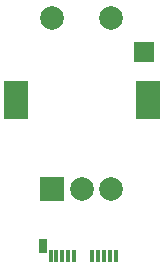
<source format=gbr>
%TF.GenerationSoftware,KiCad,Pcbnew,5.99.0+really5.1.10+dfsg1-1+b1*%
%TF.CreationDate,2021-10-07T11:27:31-07:00*%
%TF.ProjectId,roPlug,726f506c-7567-42e6-9b69-6361645f7063,rev?*%
%TF.SameCoordinates,Original*%
%TF.FileFunction,Soldermask,Bot*%
%TF.FilePolarity,Negative*%
%FSLAX46Y46*%
G04 Gerber Fmt 4.6, Leading zero omitted, Abs format (unit mm)*
G04 Created by KiCad (PCBNEW 5.99.0+really5.1.10+dfsg1-1+b1) date 2021-10-07 11:27:31*
%MOMM*%
%LPD*%
G01*
G04 APERTURE LIST*
%ADD10R,1.700000X1.700000*%
%ADD11R,0.380000X1.000000*%
%ADD12R,0.700000X1.150000*%
%ADD13R,2.000000X2.000000*%
%ADD14C,2.000000*%
%ADD15R,2.000000X3.200000*%
G04 APERTURE END LIST*
D10*
%TO.C,RST1*%
X117700000Y-57700000D03*
%TD*%
D11*
%TO.C,P1*%
X115250000Y-74960000D03*
X114750000Y-74960000D03*
X114250000Y-74960000D03*
X113750000Y-74960000D03*
X113250000Y-74960000D03*
X111750000Y-74960000D03*
X111250000Y-74960000D03*
X110750000Y-74960000D03*
X110250000Y-74960000D03*
X109750000Y-74960000D03*
D12*
X109080000Y-74120000D03*
%TD*%
D13*
%TO.C,SW1*%
X109900000Y-69300000D03*
D14*
X112400000Y-69300000D03*
X114900000Y-69300000D03*
D15*
X106800000Y-61800000D03*
X118000000Y-61800000D03*
D14*
X109900000Y-54800000D03*
X114900000Y-54800000D03*
%TD*%
M02*

</source>
